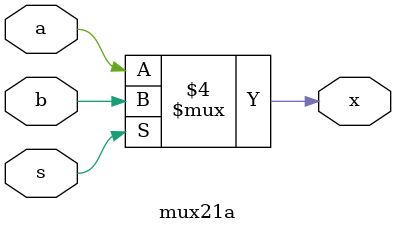
<source format=v>


module mux21a (a,b,s,x);
	
	input a,b,s;
	
	
	output  reg x;
	
	
	//assign x=(a&~s)|(b&s);
	
	//Comportamental Secuencial If
	
	always@(s) //INCIA CUANDO S TENGA ALGUN CAMBIO
	begin 
		if(s==0)
			x=a;
		else
			x=b;
	end
//	
//	//Comportamental secuencial case
//	
////	always@(s)
////	begin
////		case(s)
////			0: x=a;
////			1: x=b;
////		endcase
////	end
	
	
endmodule
</source>
